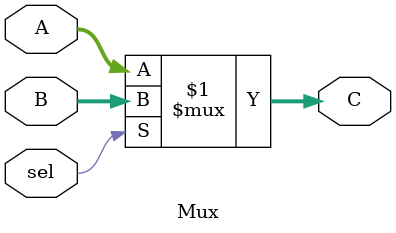
<source format=v>
`timescale 1ns / 1ps

module Mux(                   // Módulo Mux: implementa un multiplexor de 2 entradas a 1 salida.
    input [31:0] A,           // Entrada A de 32 bits.
    input [31:0] B,           // Entrada B de 32 bits.
    input sel,                // Señal de selección: determina cuál de las entradas se enviará a la salida.
    output [31:0] C           // Salida C: selecciona entre A y B según la señal `sel`.
);

    // Asignación combinacional:
    // Si `sel` es 1, la salida C toma el valor de B.
    // Si `sel` es 0, la salida C toma el valor de A.
    assign C = (sel) ? B : A; 

endmodule                      // Fin del módulo Mux.



</source>
